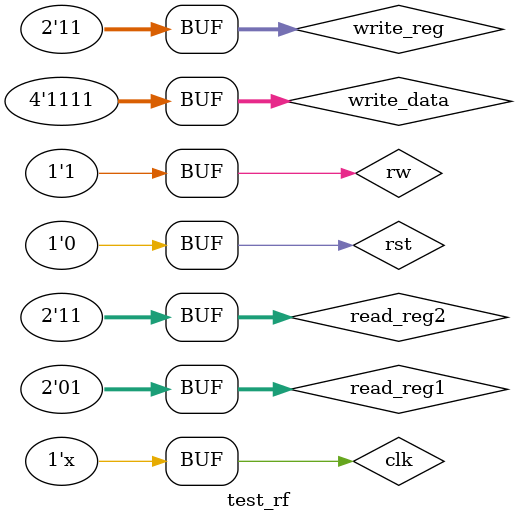
<source format=v>
module reg_file(
		input [1:0]read_reg1,read_reg2,
		input [1:0]write_reg,
		input rw,
		input rst,clk,
		input [3:0]write_data,
		output reg [3:0]data_out1,data_out2);
reg [3:0]register[3:0];
always@(posedge clk)
begin
	if(rst)
	begin
		register[0]<=0;
		register[1]<=0;
		register[2]<=0;
		register[3]<=0;
	end
	else
	begin
		if(rw==0)
		begin
			register[write_reg]<=write_data;
		end
		else
		begin
			data_out1<=register[read_reg1];
			data_out2<=register[read_reg2];
		end
	end
end
endmodule


module test_rf();

reg [1:0]read_reg1,read_reg2;
reg [1:0]write_reg;
reg rw;
reg rst,clk;
reg [3:0]write_data;
wire [3:0]data_out1,data_out2; 

reg_file rf(read_reg1,read_reg2,write_reg,rw,rst,clk,write_data,data_out1,data_out2);

always
#1 clk=~clk;

initial begin
rst=1; clk=0;
#10 rst=0;
#10 rw=1; read_reg1=1; read_reg2=3;
#10 rw=0; write_reg=1; write_data=5;
#10 rw=0; write_reg=3; write_data=15;
#10 rw=1; read_reg1=1; read_reg2=3;
end
endmodule   
</source>
